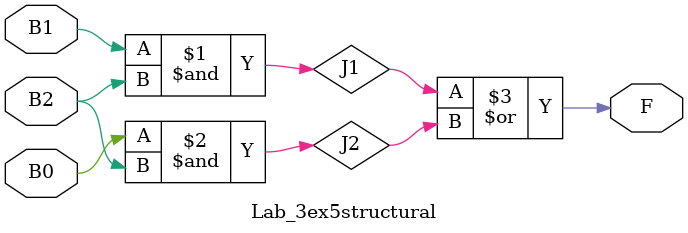
<source format=sv>
`timescale 1ns / 1ps

module Lab_3ex5(
    input B0,
    input B1,
    input B2,
    output F
    );
 // Data flow description
assign F = (B0 & B2) | (B1 & B2);
endmodule

module Lab_3ex5structural(
    input B0,
    input B1,
    input B2,
    output F
    );
 wire J1, J2;
and A1(J1, B1, B2);
and A2(J2, B0, B2);
or R1 (F,J1, J2);
endmodule
</source>
